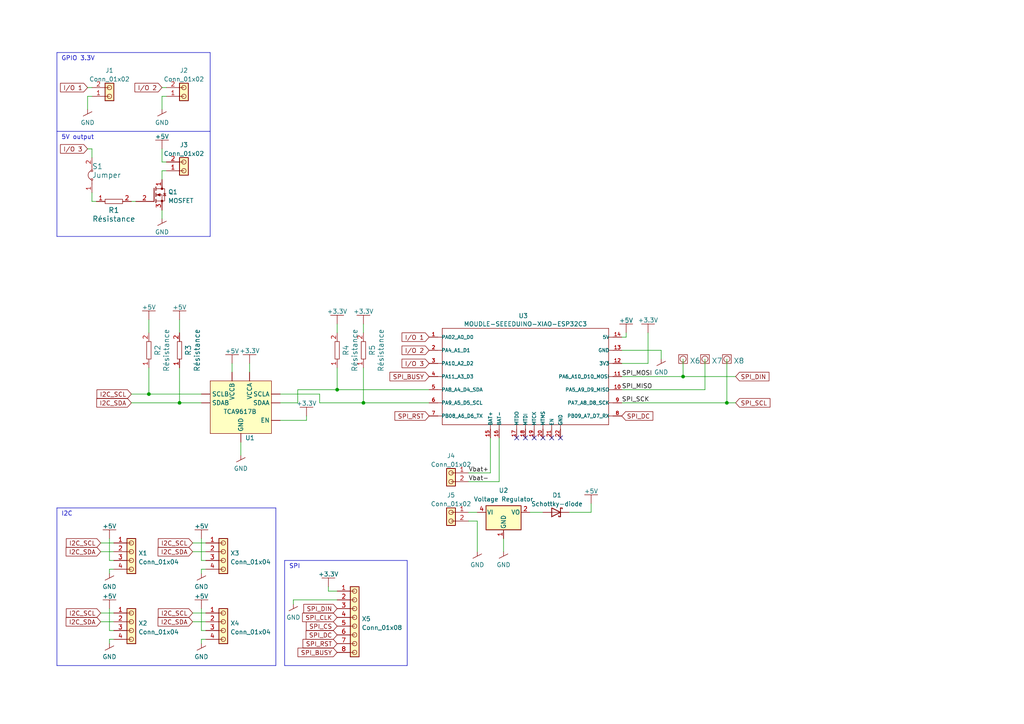
<source format=kicad_sch>
(kicad_sch (version 20230121) (generator eeschema)
  (paper "A4")
  (title_block (title "XiaoESP32-breakout-board") (date "2023-01-23") (rev "V0.1") (company "Martin Marguerat"))
  (lib_symbols
    (symbol "XiaoESP32-breakout-board:+3.3V" (power) (pin_names (offset 0))
      (property "Value" "+3.3V" (at 0 3.556 0))
      (symbol "+3.3V_0_1"
        (polyline (pts (xy 0 0) (xy 0 2.54)))
        (polyline (pts (xy 1.905 2.54) (xy -1.905 2.54)) (stroke (width 0.1524)))
      )
      (symbol "+3.3V_1_1"
        (pin power_in line (at 0 0 90) (length 0) hide (name "+3.3V") (number "1"))
      )
    )
    (symbol "XiaoESP32-breakout-board:+5V" (power) (pin_names (offset 0))
      (property "Value" "+5V" (at 0 3.556 0))
      (symbol "+5V_0_1"
        (polyline (pts (xy -1.905 2.54) (xy 0 2.54)))
        (polyline (pts (xy 0 0) (xy 0 2.54)))
        (polyline (pts (xy 0 2.54) (xy 1.905 2.54)))
      )
      (symbol "+5V_1_1"
        (pin power_in line (at 0 0 90) (length 0) hide (name "+5V") (number "1"))
      )
    )
    (symbol "XiaoESP32-breakout-board:Conn_01x02" (pin_names (offset 1.016) hide)
      (property "Reference" "J" (at 0 2.54 0))
      (property "Value" "Conn_01x02" (at 0 -5.08 0))
      (symbol "Conn_01x02_0_1"
        (circle (center 0 -2.54) (radius 0.635) (stroke (width 0.1524)))
        (polyline (pts (xy -1.27 -2.54) (xy 0 -2.54)) (stroke (width 0.1524)))
        (polyline (pts (xy -1.27 0) (xy 0 0)) (stroke (width 0.1524)))
        (circle (center 0 0) (radius 0.635) (stroke (width 0.1524)))
      )
      (symbol "Conn_01x02_1_1"
        (rectangle (start -1.27 1.27) (end 1.27 -3.81) (stroke (width 0.254)) (fill (type background)))
        (pin passive line (at -5.08 0 0) (length 3.81) (name "Pin_1") (number "1"))
        (pin passive line (at -5.08 -2.54 0) (length 3.81) (name "Pin_2") (number "2"))
      )
    )
    (symbol "XiaoESP32-breakout-board:Conn_01x04" (pin_names (offset 1.016) hide)
      (property "Reference" "X" (at 0 5.08 0))
      (property "Value" "Conn_01x04" (at 0 -7.62 0))
      (symbol "Conn_01x04_0_1"
        (circle (center 0 -5.08) (radius 0.635))
        (circle (center 0 -2.54) (radius 0.635))
        (polyline (pts (xy 0 -5.08) (xy -1.27 -5.08)))
        (polyline (pts (xy 0 -2.54) (xy -1.27 -2.54)))
        (polyline (pts (xy 0 0) (xy -1.27 0)))
        (polyline (pts (xy 0 2.54) (xy -1.27 2.54)))
        (circle (center 0 0) (radius 0.635))
        (circle (center 0 2.54) (radius 0.635))
      )
      (symbol "Conn_01x04_1_1"
        (rectangle (start -1.27 3.81) (end 1.27 -6.35) (stroke (width 0.254)) (fill (type background)))
        (pin passive line (at -5.08 2.54 0) (length 3.81) (name "Pin_1") (number "1"))
        (pin passive line (at -5.08 0 0) (length 3.81) (name "Pin_2") (number "2"))
        (pin passive line (at -5.08 -2.54 0) (length 3.81) (name "Pin_3") (number "3"))
        (pin passive line (at -5.08 -5.08 0) (length 3.81) (name "Pin_4") (number "4"))
      )
    )
    (symbol "XiaoESP32-breakout-board:Conn_01x08" (pin_names (offset 1.016) hide)
      (property "Reference" "X" (at 0 10.16 0))
      (property "Value" "Conn_01x08" (at 0 -3.175 0))
      (symbol "Conn_01x08_0_1"
        (circle (center 0 -10.16) (radius 0.635))
        (circle (center 0 -7.62) (radius 0.635))
        (circle (center 0 -5.08) (radius 0.635))
        (circle (center 0 -2.54) (radius 0.635))
        (polyline (pts (xy 0 -10.16) (xy -1.27 -10.16)))
        (polyline (pts (xy 0 -7.62) (xy -1.27 -7.62)))
        (polyline (pts (xy 0 -5.08) (xy -1.27 -5.08)))
        (polyline (pts (xy 0 -2.54) (xy -1.27 -2.54)))
        (polyline (pts (xy 0 0) (xy -1.27 0)))
        (polyline (pts (xy 0 2.54) (xy -1.27 2.54)))
        (polyline (pts (xy 0 5.08) (xy -1.27 5.08)))
        (polyline (pts (xy 0 7.62) (xy -1.27 7.62)))
        (circle (center 0 0) (radius 0.635))
        (circle (center 0 2.54) (radius 0.635))
        (circle (center 0 5.08) (radius 0.635))
        (circle (center 0 7.62) (radius 0.635))
      )
      (symbol "Conn_01x08_1_1"
        (rectangle (start -1.27 8.89) (end 1.27 -11.43) (stroke (width 0.254)) (fill (type background)))
        (pin passive line (at -5.08 7.62 0) (length 3.81) (name "Pin_1") (number "1"))
        (pin passive line (at -5.08 5.08 0) (length 3.81) (name "Pin_2") (number "2"))
        (pin passive line (at -5.08 2.54 0) (length 3.81) (name "Pin_3") (number "3"))
        (pin passive line (at -5.08 0 0) (length 3.81) (name "Pin_4") (number "4"))
        (pin passive line (at -5.08 -2.54 0) (length 3.81) (name "Pin_5") (number "5"))
        (pin passive line (at -5.08 -5.08 0) (length 3.81) (name "Pin_6") (number "6"))
        (pin passive line (at -5.08 -7.62 0) (length 3.81) (name "Pin_7") (number "7"))
        (pin passive line (at -5.08 -10.16 0) (length 3.81) (name "Pin_8") (number "8"))
      )
    )
    (symbol "XiaoESP32-breakout-board:GND" (power) (pin_names (offset 0))
      (property "Value" "GND" (at 0 -3.81 0))
      (symbol "GND_0_1"
        (polyline (pts (xy 0 0) (xy 0 -1.27) (xy 1.27 -0.635) (xy 0 -1.27) (xy -1.27 -1.905) (xy 0 -1.27)))
      )
      (symbol "GND_1_1"
        (pin power_in line (at 0 0 270) (length 0) hide (name "GND") (number "1"))
      )
    )
    (symbol "XiaoESP32-breakout-board:Jumper" (pin_names (offset 1.016))
      (property "Reference" "S" (at 0 2.286 0))
      (property "Value" "Jumper" (at -0.254 -1.27 0))
      (symbol "Jumper_0_1"
        (circle (center -1.27 0) (radius 0.254))
        (polyline (pts (xy -1.524 0) (xy -2.54 0)))
        (polyline (pts (xy 1.524 0) (xy 2.54 0)))
        (circle (center 1.27 0) (radius 0.254))
        (arc (start 1.27 0.254) (mid 0 1.1138) (end -1.27 0.254))
      )
      (symbol "Jumper_1_1"
        (pin passive line (at -5.08 0 0) (length 2.54) (name "~") (number "1"))
        (pin passive line (at 5.08 0 180) (length 2.54) (name "~") (number "2"))
      )
    )
    (symbol "XiaoESP32-breakout-board:MOSFET" (pin_names (offset 0) hide)
      (property "Reference" "Q" (at 5.08 0.635 0))
      (property "Value" "MOSFET" (at 5.08 -1.905 0))
      (symbol "MOSFET_0_1"
        (polyline (pts (xy 0.0508 -2.54) (xy 0.254 -2.54)))
        (polyline (pts (xy 0.762 -2.413) (xy 2.54 -2.413)))
        (polyline (pts (xy 0.762 -1.905) (xy 0.762 -2.921)) (stroke (width 0.254)))
        (polyline (pts (xy 0.762 -0.635) (xy 2.54 -0.635)))
        (polyline (pts (xy 0.762 -0.127) (xy 0.762 -1.143)) (stroke (width 0.254)))
        (polyline (pts (xy 0.762 1.143) (xy 2.54 1.143)))
        (polyline (pts (xy 0.762 1.651) (xy 0.762 0.635)) (stroke (width 0.254)))
        (polyline (pts (xy 2.54 -2.413) (xy 2.54 -3.175)))
        (polyline (pts (xy 2.54 -2.413) (xy 2.54 -0.635)))
        (polyline (pts (xy 2.54 1.905) (xy 2.54 1.143)))
        (polyline (pts (xy 2.921 -0.254) (xy 3.683 -0.254)))
        (polyline (pts (xy 0.254 1.27) (xy 0.254 -2.54) (xy 0.254 -2.54)) (stroke (width 0.254)))
        (polyline (pts (xy 1.016 -0.635) (xy 2.032 -0.254) (xy 2.032 -1.016) (xy 1.016 -0.635)) (fill (type outline)))
        (polyline (pts (xy 2.54 -2.413) (xy 3.302 -2.413) (xy 3.302 1.143) (xy 2.54 1.143)))
        (polyline (pts (xy 3.302 -0.254) (xy 2.921 -0.889) (xy 3.683 -0.889) (xy 3.302 -0.254)))
        (circle (center 2.54 -2.413) (radius 0.2794) (fill (type outline)))
        (circle (center 2.54 1.143) (radius 0.2794) (fill (type outline)))
      )
      (symbol "MOSFET_1_1"
        (pin passive line (at 2.54 3.81 270) (length 2.54) (name "D") (number "1"))
        (pin input line (at -5.08 -2.54 0) (length 5.08) (name "G") (number "2"))
        (pin passive line (at 2.54 -5.08 90) (length 2.54) (name "S") (number "3"))
      )
    )
    (symbol "XiaoESP32-breakout-board:MOUDLE-SEEEDUINO-XIAO-ESP32C3" (pin_names (offset 1.016))
      (property "Reference" "U" (at -24.13 15.24 0))
      (property "Value" "MOUDLE-SEEEDUINO-XIAO-ESP32C3" (at -24.13 13.97 0))
      (symbol "MOUDLE-SEEEDUINO-XIAO-ESP32C3_0_0"
        (polyline (pts (xy -24.13 -13.97) (xy -24.13 0)) (stroke (width 0.1524)))
        (polyline (pts (xy -24.13 -11.43) (xy -25.4 -11.43)) (stroke (width 0.1524)))
        (polyline (pts (xy -24.13 -7.62) (xy -25.4 -7.62)) (stroke (width 0.1524)))
        (polyline (pts (xy -24.13 -3.81) (xy -25.4 -3.81)) (stroke (width 0.1524)))
        (polyline (pts (xy -24.13 0) (xy -25.4 0)) (stroke (width 0.1524)))
        (polyline (pts (xy -24.13 0) (xy -24.13 3.81)) (stroke (width 0.1524)))
        (polyline (pts (xy -24.13 3.81) (xy -25.4 3.81)) (stroke (width 0.1524)))
        (polyline (pts (xy -24.13 3.81) (xy -24.13 7.62)) (stroke (width 0.1524)))
        (polyline (pts (xy -24.13 7.62) (xy -25.4 7.62)) (stroke (width 0.1524)))
        (polyline (pts (xy -24.13 7.62) (xy -24.13 11.43)) (stroke (width 0.1524)))
        (polyline (pts (xy -24.13 11.43) (xy -25.4 11.43)) (stroke (width 0.1524)))
        (polyline (pts (xy -24.13 11.43) (xy -24.13 13.97)) (stroke (width 0.1524)))
        (polyline (pts (xy -24.13 13.97) (xy 24.13 13.97)) (stroke (width 0.1524)))
        (polyline (pts (xy -10.16 -13.97) (xy -10.16 -15.24)) (stroke (width 0.1524)))
        (polyline (pts (xy -7.62 -13.97) (xy -7.62 -15.24)) (stroke (width 0.1524)))
        (polyline (pts (xy -2.54 -13.97) (xy -2.54 -15.24)) (stroke (width 0.1524)))
        (polyline (pts (xy 0 -13.97) (xy 0 -15.24)) (stroke (width 0.1524)))
        (polyline (pts (xy 2.54 -13.97) (xy 2.54 -15.24)) (stroke (width 0.1524)))
        (polyline (pts (xy 5.08 -13.97) (xy 5.08 -15.24)) (stroke (width 0.1524)))
        (polyline (pts (xy 7.62 -13.97) (xy 7.62 -15.24)) (stroke (width 0.1524)))
        (polyline (pts (xy 10.16 -13.97) (xy 10.16 -15.24)) (stroke (width 0.1524)))
        (polyline (pts (xy 24.13 -13.97) (xy -24.13 -13.97)) (stroke (width 0.1524)))
        (polyline (pts (xy 24.13 3.81) (xy 24.13 -13.97)) (stroke (width 0.1524)))
        (polyline (pts (xy 24.13 7.62) (xy 24.13 3.81)) (stroke (width 0.1524)))
        (polyline (pts (xy 24.13 11.43) (xy 24.13 7.62)) (stroke (width 0.1524)))
        (polyline (pts (xy 24.13 13.97) (xy 24.13 11.43)) (stroke (width 0.1524)))
        (polyline (pts (xy 25.4 -11.43) (xy 24.13 -11.43)) (stroke (width 0.1524)))
        (polyline (pts (xy 25.4 -7.62) (xy 24.13 -7.62)) (stroke (width 0.1524)))
        (polyline (pts (xy 25.4 -3.81) (xy 24.13 -3.81)) (stroke (width 0.1524)))
        (polyline (pts (xy 25.4 0) (xy 24.13 0)) (stroke (width 0.1524)))
        (polyline (pts (xy 25.4 3.81) (xy 24.13 3.81)) (stroke (width 0.1524)))
        (polyline (pts (xy 25.4 7.62) (xy 24.13 7.62)) (stroke (width 0.1524)))
        (polyline (pts (xy 25.4 11.43) (xy 24.13 11.43)) (stroke (width 0.1524)))
        (pin bidirectional line (at -27.94 11.43 0) (length 2.54) (name "PA02_A0_D0") (number "1"))
        (pin bidirectional line (at 27.94 -3.81 180) (length 2.54) (name "PA5_A9_D9_MISO") (number "10"))
        (pin bidirectional line (at 27.94 0 180) (length 2.54) (name "PA6_A10_D10_MOSI") (number "11"))
        (pin bidirectional line (at 27.94 3.81 180) (length 2.54) (name "3V3") (number "12"))
        (pin bidirectional line (at 27.94 7.62 180) (length 2.54) (name "GND") (number "13"))
        (pin bidirectional line (at 27.94 11.43 180) (length 2.54) (name "5V") (number "14"))
        (pin bidirectional line (at -10.16 -17.78 90) (length 2.54) (name "BAT+") (number "15"))
        (pin bidirectional line (at -7.62 -17.78 90) (length 2.54) (name "BAT-") (number "16"))
        (pin bidirectional line (at -2.54 -17.78 90) (length 2.54) (name "MTDO") (number "17"))
        (pin bidirectional line (at 0 -17.78 90) (length 2.54) (name "MTDI") (number "18"))
        (pin bidirectional line (at 2.54 -17.78 90) (length 2.54) (name "MTCK") (number "19"))
        (pin bidirectional line (at -27.94 7.62 0) (length 2.54) (name "PA4_A1_D1") (number "2"))
        (pin bidirectional line (at 5.08 -17.78 90) (length 2.54) (name "MTMS") (number "20"))
        (pin bidirectional line (at 7.62 -17.78 90) (length 2.54) (name "EN") (number "21"))
        (pin bidirectional line (at 10.16 -17.78 90) (length 2.54) (name "GND") (number "22"))
        (pin bidirectional line (at -27.94 3.81 0) (length 2.54) (name "PA10_A2_D2") (number "3"))
        (pin bidirectional line (at -27.94 0 0) (length 2.54) (name "PA11_A3_D3") (number "4"))
        (pin bidirectional line (at -27.94 -3.81 0) (length 2.54) (name "PA8_A4_D4_SDA") (number "5"))
        (pin bidirectional line (at -27.94 -7.62 0) (length 2.54) (name "PA9_A5_D5_SCL") (number "6"))
        (pin bidirectional line (at -27.94 -11.43 0) (length 2.54) (name "PB08_A6_D6_TX") (number "7"))
        (pin bidirectional line (at 27.94 -11.43 180) (length 2.54) (name "PB09_A7_D7_RX") (number "8"))
        (pin bidirectional line (at 27.94 -7.62 180) (length 2.54) (name "PA7_A8_D8_SCK") (number "9"))
      )
    )
    (symbol "XiaoESP32-breakout-board:Résistance" (pin_names (offset 1.016))
      (property "Reference" "R" (at 0 1.905 0))
      (property "Value" "Résistance" (at 0 -1.905 0))
      (symbol "Résistance_0_1"
        (rectangle (start -2.54 0.635) (end 2.54 -0.635))
      )
      (symbol "Résistance_1_1"
        (pin passive line (at -5.08 0 0) (length 2.54) (name "~") (number "1"))
        (pin passive line (at 5.08 0 180) (length 2.54) (name "~") (number "2"))
      )
    )
    (symbol "XiaoESP32-breakout-board:Schottky-diode" (pin_numbers hide) (pin_names hide)
      (property "Reference" "D" (at 0 2.54 0))
      (property "Value" "Schottky-diode" (at 0 -2.54 0))
      (symbol "Schottky-diode_0_1"
        (polyline (pts (xy -1.27 1.27) (xy -1.27 -1.27)) (stroke (width 0.254)))
        (polyline (pts (xy 1.27 0) (xy -1.27 0)))
        (polyline (pts (xy -1.27 -1.27) (xy -1.778 -1.27) (xy -1.778 -1.016)) (stroke (width 0.254)))
        (polyline (pts (xy -1.27 1.27) (xy -0.762 1.27) (xy -0.762 1.016)) (stroke (width 0.254)))
        (polyline (pts (xy 1.27 1.27) (xy 1.27 -1.27) (xy -1.27 0) (xy 1.27 1.27)) (stroke (width 0.254)))
      )
      (symbol "Schottky-diode_1_1"
        (pin passive line (at -3.81 0 0) (length 2.54) (name "K") (number "1"))
        (pin passive line (at 3.81 0 180) (length 2.54) (name "A") (number "2"))
      )
    )
    (symbol "XiaoESP32-breakout-board:TCA9617B"
      (property "Reference" "U" (at 7.62 8.89 0))
      (property "Value" "TCA9617B" (at 0 -1.27 0))
      (symbol "TCA9617B_1_1"
        (rectangle (start -8.89 7.62) (end 8.89 -7.62) (fill (type background)))
        (pin input line (at -11.43 -3.81 0) (length 2.54) (name "EN") (number ""))
        (pin power_in line (at 0 -10.16 90) (length 2.54) (name "GND") (number ""))
        (pin input line (at -11.43 3.81 0) (length 2.54) (name "SCLA") (number ""))
        (pin output line (at 11.43 3.81 180) (length 2.54) (name "SCLB") (number ""))
        (pin bidirectional line (at -11.43 1.27 0) (length 2.54) (name "SDAA") (number ""))
        (pin bidirectional line (at 11.43 1.27 180) (length 2.54) (name "SDAB") (number ""))
        (pin power_in line (at -2.54 10.16 270) (length 2.54) (name "VCCA") (number ""))
        (pin power_in line (at 2.54 10.16 270) (length 2.54) (name "VCCB") (number ""))
      )
    )
    (symbol "XiaoESP32-breakout-board:TestPoint" (pin_names (offset 1.016))
      (property "Reference" "X" (at 0 2.54 0))
      (symbol "TestPoint_0_1"
        (rectangle (start -1.27 1.27) (end 1.27 -1.27))
        (circle (center 0 0) (radius 0.889))
      )
      (symbol "TestPoint_1_1"
        (pin input line (at 0 0 0) (length 0) hide (name "~") (number "1"))
      )
    )
    (symbol "XiaoESP32-breakout-board:Voltage-Regulator" (pin_names (offset 0.254))
      (property "Reference" "U1" (at 0 6.35 0))
      (property "Value" "Voltage Regulator" (at 0 3.81 0))
      (symbol "Voltage-Regulator_0_1"
        (rectangle (start -5.08 -5.08) (end 5.08 1.905) (stroke (width 0.254)) (fill (type background)))
      )
      (symbol "Voltage-Regulator_1_1"
        (pin input line (at 0 -7.62 90) (length 2.54) (name "GND") (number "1"))
        (pin power_out line (at 7.62 0 180) (length 2.54) (name "VO") (number "2"))
        (pin passive line (at 7.62 0 180) (length 2.54) hide (name "VO") (number "3"))
        (pin power_in line (at -7.62 0 0) (length 2.54) (name "VI") (number "4"))
        (pin no_connect line (at -2.54 -2.54 180) (length 2.54) hide (name "NC") (number "5"))
        (pin passive line (at 7.62 0 180) (length 2.54) hide (name "VO") (number "6"))
        (pin passive line (at 7.62 0 180) (length 2.54) hide (name "VO") (number "7"))
        (pin no_connect line (at 2.54 -2.54 0) (length 2.54) hide (name "NC") (number "8"))
      )
    )
  )
  (junction (at 198.12 109.22))
  (junction (at 210.82 116.84))
  (junction (at 105.41 116.84))
  (junction (at 43.18 114.3))
  (junction (at 52.07 116.84))
  (junction (at 97.79 113.03))
  (no_connect (at 149.86 127))
  (no_connect (at 157.48 127))
  (no_connect (at 160.02 127))
  (no_connect (at 154.94 127))
  (no_connect (at 152.4 127))
  (no_connect (at 162.56 127))
  (wire (pts (xy 48.26 49.53) (xy 46.99 49.53)))
  (wire (pts (xy 43.18 106.68) (xy 43.18 114.3)))
  (wire (pts (xy 31.75 166.37) (xy 31.75 165.1)))
  (polyline (pts (xy 16.51 147.32) (xy 16.51 193.04)))
  (wire (pts (xy 97.79 113.03) (xy 86.36 113.03)))
  (polyline (pts (xy 16.51 15.24) (xy 16.51 68.58)))
  (wire (pts (xy 85.09 175.26) (xy 85.09 173.99)))
  (wire (pts (xy 48.26 46.99) (xy 46.99 46.99)))
  (wire (pts (xy 88.9 121.92) (xy 81.28 121.92)))
  (wire (pts (xy 210.82 116.84) (xy 180.34 116.84)))
  (wire (pts (xy 180.34 113.03) (xy 204.47 113.03)))
  (wire (pts (xy 69.85 128.27) (xy 69.85 132.08)))
  (polyline (pts (xy 118.11 162.56) (xy 118.11 193.04)))
  (wire (pts (xy 85.09 173.99) (xy 97.79 173.99)))
  (wire (pts (xy 198.12 109.22) (xy 213.36 109.22)))
  (wire (pts (xy 210.82 104.14) (xy 210.82 116.84)))
  (wire (pts (xy 191.77 104.14) (xy 191.77 101.6)))
  (wire (pts (xy 97.79 93.98) (xy 97.79 96.52)))
  (wire (pts (xy 38.1 58.42) (xy 39.37 58.42)))
  (wire (pts (xy 58.42 166.37) (xy 58.42 165.1)))
  (wire (pts (xy 88.9 120.65) (xy 88.9 121.92)))
  (wire (pts (xy 142.24 127) (xy 142.24 137.16)))
  (polyline (pts (xy 60.96 68.58) (xy 60.96 15.24)))
  (wire (pts (xy 67.31 105.41) (xy 67.31 107.95)))
  (wire (pts (xy 46.99 25.4) (xy 48.26 25.4)))
  (wire (pts (xy 33.02 182.88) (xy 31.75 182.88)))
  (wire (pts (xy 144.78 127) (xy 144.78 139.7)))
  (wire (pts (xy 97.79 106.68) (xy 97.79 113.03)))
  (wire (pts (xy 97.79 171.45) (xy 95.25 171.45)))
  (wire (pts (xy 25.4 27.94) (xy 25.4 31.75)))
  (polyline (pts (xy 16.51 15.24) (xy 60.96 15.24)))
  (wire (pts (xy 29.21 177.8) (xy 33.02 177.8)))
  (wire (pts (xy 55.88 177.8) (xy 59.69 177.8)))
  (wire (pts (xy 31.75 186.69) (xy 31.75 185.42)))
  (wire (pts (xy 55.88 160.02) (xy 59.69 160.02)))
  (wire (pts (xy 124.46 113.03) (xy 97.79 113.03)))
  (wire (pts (xy 204.47 104.14) (xy 204.47 113.03)))
  (wire (pts (xy 187.96 96.52) (xy 187.96 105.41)))
  (polyline (pts (xy 16.51 68.58) (xy 60.96 68.58)))
  (wire (pts (xy 138.43 151.13) (xy 138.43 160.02)))
  (wire (pts (xy 181.61 97.79) (xy 180.34 97.79)))
  (wire (pts (xy 146.05 156.21) (xy 146.05 160.02)))
  (wire (pts (xy 105.41 106.68) (xy 105.41 116.84)))
  (wire (pts (xy 26.67 55.88) (xy 26.67 58.42)))
  (wire (pts (xy 58.42 162.56) (xy 58.42 156.21)))
  (wire (pts (xy 135.89 151.13) (xy 138.43 151.13)))
  (wire (pts (xy 25.4 43.18) (xy 26.67 43.18)))
  (wire (pts (xy 72.39 105.41) (xy 72.39 107.95)))
  (polyline (pts (xy 80.01 193.04) (xy 80.01 147.32)))
  (wire (pts (xy 181.61 96.52) (xy 181.61 97.79)))
  (wire (pts (xy 58.42 186.69) (xy 58.42 185.42)))
  (wire (pts (xy 135.89 137.16) (xy 142.24 137.16)))
  (wire (pts (xy 43.18 92.71) (xy 43.18 96.52)))
  (wire (pts (xy 124.46 116.84) (xy 105.41 116.84)))
  (wire (pts (xy 33.02 162.56) (xy 31.75 162.56)))
  (wire (pts (xy 187.96 105.41) (xy 180.34 105.41)))
  (polyline (pts (xy 82.55 193.04) (xy 82.55 162.56)))
  (wire (pts (xy 46.99 49.53) (xy 46.99 52.07)))
  (wire (pts (xy 59.69 162.56) (xy 58.42 162.56)))
  (wire (pts (xy 38.1 116.84) (xy 52.07 116.84)))
  (wire (pts (xy 38.1 114.3) (xy 43.18 114.3)))
  (wire (pts (xy 95.25 170.18) (xy 95.25 171.45)))
  (wire (pts (xy 165.1 148.59) (xy 171.45 148.59)))
  (wire (pts (xy 43.18 114.3) (xy 58.42 114.3)))
  (wire (pts (xy 46.99 60.96) (xy 46.99 63.5)))
  (wire (pts (xy 31.75 162.56) (xy 31.75 156.21)))
  (wire (pts (xy 59.69 182.88) (xy 58.42 182.88)))
  (wire (pts (xy 46.99 27.94) (xy 48.26 27.94)))
  (wire (pts (xy 31.75 182.88) (xy 31.75 176.53)))
  (wire (pts (xy 58.42 182.88) (xy 58.42 176.53)))
  (wire (pts (xy 92.71 116.84) (xy 92.71 114.3)))
  (wire (pts (xy 25.4 27.94) (xy 26.67 27.94)))
  (wire (pts (xy 31.75 185.42) (xy 33.02 185.42)))
  (wire (pts (xy 135.89 148.59) (xy 138.43 148.59)))
  (wire (pts (xy 29.21 157.48) (xy 33.02 157.48)))
  (wire (pts (xy 58.42 185.42) (xy 59.69 185.42)))
  (wire (pts (xy 180.34 109.22) (xy 198.12 109.22)))
  (wire (pts (xy 198.12 104.14) (xy 198.12 109.22)))
  (wire (pts (xy 153.67 148.59) (xy 157.48 148.59)))
  (wire (pts (xy 29.21 180.34) (xy 33.02 180.34)))
  (wire (pts (xy 58.42 165.1) (xy 59.69 165.1)))
  (wire (pts (xy 55.88 180.34) (xy 59.69 180.34)))
  (wire (pts (xy 31.75 165.1) (xy 33.02 165.1)))
  (wire (pts (xy 81.28 114.3) (xy 92.71 114.3)))
  (wire (pts (xy 171.45 146.05) (xy 171.45 148.59)))
  (wire (pts (xy 26.67 58.42) (xy 27.94 58.42)))
  (wire (pts (xy 52.07 116.84) (xy 58.42 116.84)))
  (polyline (pts (xy 82.55 193.04) (xy 118.11 193.04)))
  (wire (pts (xy 29.21 160.02) (xy 33.02 160.02)))
  (wire (pts (xy 55.88 157.48) (xy 59.69 157.48)))
  (polyline (pts (xy 16.51 38.1) (xy 60.96 38.1)))
  (polyline (pts (xy 16.51 193.04) (xy 80.01 193.04)))
  (polyline (pts (xy 16.51 147.32) (xy 80.01 147.32)))
  (wire (pts (xy 135.89 139.7) (xy 144.78 139.7)))
  (wire (pts (xy 26.67 43.18) (xy 26.67 45.72)))
  (wire (pts (xy 46.99 43.18) (xy 46.99 46.99)))
  (wire (pts (xy 210.82 116.84) (xy 213.36 116.84)))
  (wire (pts (xy 105.41 116.84) (xy 92.71 116.84)))
  (wire (pts (xy 81.28 116.84) (xy 86.36 116.84)))
  (wire (pts (xy 52.07 106.68) (xy 52.07 116.84)))
  (wire (pts (xy 46.99 27.94) (xy 46.99 31.75)))
  (wire (pts (xy 25.4 25.4) (xy 26.67 25.4)))
  (wire (pts (xy 86.36 113.03) (xy 86.36 116.84)))
  (polyline (pts (xy 82.55 162.56) (xy 118.11 162.56)))
  (wire (pts (xy 191.77 101.6) (xy 180.34 101.6)))
  (wire (pts (xy 52.07 92.71) (xy 52.07 96.52)))
  (wire (pts (xy 105.41 93.98) (xy 105.41 96.52)))
  (text "5V output" (at 17.78 40.64 0) (effects (font (size 1.27 1.27)) (justify left bottom)))
  (text "SPI" (at 83.82 165.1 0) (effects (font (size 1.27 1.27)) (justify left bottom)))
  (text "GPIO 3.3V" (at 17.78 17.78 0) (effects (font (size 1.27 1.27)) (justify left bottom)))
  (text "I2C" (at 17.78 149.86 0) (effects (font (size 1.27 1.27)) (justify left bottom)))
  (label "SPI_MOSI" (at 180.34 109.22 0))
  (label "SPI_SCK" (at 180.34 116.84 0))
  (label "SPI_MISO" (at 180.34 113.03 0))
  (label "Vbat+" (at 135.89 137.16 0))
  (label "Vbat-" (at 135.89 139.7 0))
  (global_label "I2C_SDA" (shape input) (at 55.88 160.02 180) (property "Intersheetrefs" "${INTERSHEET_REFS}" (effects hide)))
  (global_label "SPI_CLK" (shape input) (at 97.79 179.07 180) (property "Intersheetrefs" "${INTERSHEET_REFS}" (effects hide)))
  (global_label "I{slash}O 2" (shape input) (at 46.99 25.4 180) (property "Intersheetrefs" "${INTERSHEET_REFS}" (effects hide)))
  (global_label "I{slash}O 1" (shape input) (at 124.46 97.79 180) (property "Intersheetrefs" "${INTERSHEET_REFS}" (effects hide)))
  (global_label "I2C_SCL" (shape input) (at 29.21 177.8 180) (property "Intersheetrefs" "${INTERSHEET_REFS}" (effects hide)))
  (global_label "I2C_SDA" (shape input) (at 55.88 180.34 180) (property "Intersheetrefs" "${INTERSHEET_REFS}" (effects hide)))
  (global_label "I{slash}O 3" (shape input) (at 124.46 105.41 180) (property "Intersheetrefs" "${INTERSHEET_REFS}" (effects hide)))
  (global_label "I2C_SCL" (shape input) (at 55.88 157.48 180) (property "Intersheetrefs" "${INTERSHEET_REFS}" (effects hide)))
  (global_label "I{slash}O 3" (shape input) (at 25.4 43.18 180) (property "Intersheetrefs" "${INTERSHEET_REFS}" (effects hide)))
  (global_label "SPI_RST" (shape input) (at 97.79 186.69 180) (property "Intersheetrefs" "${INTERSHEET_REFS}" (effects hide)))
  (global_label "SPI_DIN" (shape input) (at 97.79 176.53 180) (property "Intersheetrefs" "${INTERSHEET_REFS}" (effects hide)))
  (global_label "SPI_BUSY" (shape input) (at 124.46 109.22 180) (property "Intersheetrefs" "${INTERSHEET_REFS}" (effects hide)))
  (global_label "SPI_BUSY" (shape input) (at 97.79 189.23 180) (property "Intersheetrefs" "${INTERSHEET_REFS}" (effects hide)))
  (global_label "I2C_SDA" (shape input) (at 29.21 180.34 180) (property "Intersheetrefs" "${INTERSHEET_REFS}" (effects hide)))
  (global_label "I2C_SCL" (shape input) (at 29.21 157.48 180) (property "Intersheetrefs" "${INTERSHEET_REFS}" (effects hide)))
  (global_label "I2C_SCL" (shape input) (at 55.88 177.8 180) (property "Intersheetrefs" "${INTERSHEET_REFS}" (effects hide)))
  (global_label "SPI_RST" (shape input) (at 124.46 120.65 180) (property "Intersheetrefs" "${INTERSHEET_REFS}" (effects hide)))
  (global_label "I{slash}O 1" (shape input) (at 25.4 25.4 180) (property "Intersheetrefs" "${INTERSHEET_REFS}" (effects hide)))
  (global_label "I2C_SDA" (shape input) (at 38.1 116.84 180) (property "Intersheetrefs" "${INTERSHEET_REFS}" (effects hide)))
  (global_label "I{slash}O 2" (shape input) (at 124.46 101.6 180) (property "Intersheetrefs" "${INTERSHEET_REFS}" (effects hide)))
  (global_label "I2C_SDA" (shape input) (at 29.21 160.02 180) (property "Intersheetrefs" "${INTERSHEET_REFS}" (effects hide)))
  (global_label "I2C_SCL" (shape input) (at 38.1 114.3 180) (property "Intersheetrefs" "${INTERSHEET_REFS}" (effects hide)))
  (global_label "SPI_CS" (shape input) (at 97.79 181.61 180) (property "Intersheetrefs" "${INTERSHEET_REFS}" (effects hide)))
  (global_label "SPI_DC" (shape input) (at 97.79 184.15 180) (property "Intersheetrefs" "${INTERSHEET_REFS}" (effects hide)))
  (global_label "SPI_DC" (shape input) (at 180.34 120.65 0) (property "Intersheetrefs" "${INTERSHEET_REFS}" (effects hide)))
  (global_label "SPI_DIN" (shape input) (at 213.36 109.22 0) (property "Intersheetrefs" "${INTERSHEET_REFS}" (effects hide)))
  (global_label "SPI_SCL" (shape input) (at 213.36 116.84 0) (property "Intersheetrefs" "${INTERSHEET_REFS}" (effects hide)))
  (symbol (lib_id "XiaoESP32-breakout-board:Résistance") (at 33.02 58.42 0) (unit 1)
    (property "Reference" "R1" (at 33.02 60.96 0) (effects (font (size 1.524 1.524))))
    (property "Value" "Résistance" (at 33.02 63.5 0) (effects (font (size 1.524 1.524))))
  )
  (symbol (lib_id "XiaoESP32-breakout-board:GND") (at 31.75 166.37 0) (unit 1)
    (property "Reference" "#PWR03" (effects hide))
    (property "Value" "GND" (at 31.75 170.1784 0))
  )
  (symbol (lib_id "XiaoESP32-breakout-board:Conn_01x02") (at 130.81 148.59 0) (mirror y) (unit 1)
    (property "Reference" "J5" (at 130.81 143.6202 0))
    (property "Value" "Conn_01x02" (at 130.81 146.1571 0))
  )
  (symbol (lib_id "XiaoESP32-breakout-board:TestPoint") (at 210.82 104.14 0) (unit 1)
    (property "Reference" "X8" (at 212.725 104.6605 0) (effects (font (size 1.524 1.524)) (justify left)))
    (property "Value" "TestPoint" (effects hide))
  )
  (symbol (lib_id "XiaoESP32-breakout-board:Conn_01x04") (at 64.77 160.02 0) (unit 1)
    (property "Reference" "X3" (at 66.802 160.4553 0) (effects (justify left)))
    (property "Value" "Conn_01x04" (at 66.802 162.9922 0) (effects (justify left)))
  )
  (symbol (lib_id "XiaoESP32-breakout-board:GND") (at 46.99 63.5 0) (unit 1)
    (property "Reference" "#PWR09" (effects hide))
    (property "Value" "GND" (at 46.99 67.3084 0))
  )
  (symbol (lib_id "XiaoESP32-breakout-board:GND") (at 46.99 31.75 0) (unit 1)
    (property "Reference" "#PWR07" (effects hide))
    (property "Value" "GND" (at 46.99 35.5584 0))
  )
  (symbol (lib_id "XiaoESP32-breakout-board:Conn_01x04") (at 64.77 180.34 0) (unit 1)
    (property "Reference" "X4" (at 66.802 180.7753 0) (effects (justify left)))
    (property "Value" "Conn_01x04" (at 66.802 183.3122 0) (effects (justify left)))
  )
  (symbol (lib_id "XiaoESP32-breakout-board:MOSFET") (at 44.45 55.88 0) (unit 1)
    (property "Reference" "Q1" (at 48.768 55.6803 0) (effects (justify left)))
    (property "Value" "MOSFET" (at 48.768 58.2172 0) (effects (justify left)))
  )
  (symbol (lib_id "XiaoESP32-breakout-board:GND") (at 191.77 104.14 0) (unit 1)
    (property "Reference" "#PWR028" (effects hide))
    (property "Value" "GND" (at 191.77 107.9484 0))
  )
  (symbol (lib_id "XiaoESP32-breakout-board:+5V") (at 31.75 156.21 0) (unit 1)
    (property "Reference" "#PWR02" (effects hide))
    (property "Value" "+5V" (at 31.75 152.6342 0))
  )
  (symbol (lib_id "XiaoESP32-breakout-board:GND") (at 146.05 160.02 0) (unit 1)
    (property "Reference" "#PWR024" (effects hide))
    (property "Value" "GND" (at 146.05 163.8284 0))
  )
  (symbol (lib_id "XiaoESP32-breakout-board:Résistance") (at 105.41 101.6 90) (unit 1)
    (property "Reference" "R5" (at 107.95 101.6 0) (effects (font (size 1.524 1.524))))
    (property "Value" "Résistance" (at 110.49 101.6 0) (effects (font (size 1.524 1.524))))
  )
  (symbol (lib_id "XiaoESP32-breakout-board:GND") (at 69.85 132.08 0) (unit 1)
    (property "Reference" "#PWR016" (effects hide))
    (property "Value" "GND" (at 69.85 135.8884 0))
  )
  (symbol (lib_id "XiaoESP32-breakout-board:+5V") (at 58.42 176.53 0) (unit 1)
    (property "Reference" "#PWR013" (effects hide))
    (property "Value" "+5V" (at 58.42 172.9542 0))
  )
  (symbol (lib_id "XiaoESP32-breakout-board:Conn_01x04") (at 38.1 180.34 0) (unit 1)
    (property "Reference" "X2" (at 40.132 180.7753 0) (effects (justify left)))
    (property "Value" "Conn_01x04" (at 40.132 183.3122 0) (effects (justify left)))
  )
  (symbol (lib_id "XiaoESP32-breakout-board:TestPoint") (at 204.47 104.14 0) (unit 1)
    (property "Reference" "X7" (at 206.375 104.6605 0) (effects (font (size 1.524 1.524)) (justify left)))
    (property "Value" "TestPoint" (effects hide))
  )
  (symbol (lib_id "XiaoESP32-breakout-board:GND") (at 85.09 175.26 0) (unit 1)
    (property "Reference" "#PWR018" (effects hide))
    (property "Value" "GND" (at 85.09 179.0684 0))
  )
  (symbol (lib_id "XiaoESP32-breakout-board:+5V") (at 31.75 176.53 0) (unit 1)
    (property "Reference" "#PWR04" (effects hide))
    (property "Value" "+5V" (at 31.75 172.9542 0))
  )
  (symbol (lib_id "XiaoESP32-breakout-board:TestPoint") (at 198.12 104.14 0) (unit 1)
    (property "Reference" "X6" (at 200.025 104.6605 0) (effects (font (size 1.524 1.524)) (justify left)))
    (property "Value" "TestPoint" (effects hide))
  )
  (symbol (lib_id "XiaoESP32-breakout-board:Conn_01x02") (at 53.34 49.53 0) (mirror x) (unit 1)
    (property "Reference" "J3" (at 53.34 42.0202 0))
    (property "Value" "Conn_01x02" (at 53.34 44.5571 0))
  )
  (symbol (lib_id "XiaoESP32-breakout-board:GND") (at 58.42 166.37 0) (unit 1)
    (property "Reference" "#PWR012" (effects hide))
    (property "Value" "GND" (at 58.42 170.1784 0))
  )
  (symbol (lib_id "XiaoESP32-breakout-board:Résistance") (at 97.79 101.6 90) (unit 1)
    (property "Reference" "R4" (at 100.33 101.6 0) (effects (font (size 1.524 1.524))))
    (property "Value" "Résistance" (at 102.87 101.6 0) (effects (font (size 1.524 1.524))))
  )
  (symbol (lib_id "XiaoESP32-breakout-board:+5V") (at 67.31 105.41 0) (unit 1)
    (property "Reference" "#PWR015" (effects hide))
    (property "Value" "+5V" (at 67.31 101.8342 0))
  )
  (symbol (lib_id "XiaoESP32-breakout-board:GND") (at 25.4 31.75 0) (unit 1)
    (property "Reference" "#PWR01" (effects hide))
    (property "Value" "GND" (at 25.4 35.5584 0))
  )
  (symbol (lib_id "XiaoESP32-breakout-board:Résistance") (at 52.07 101.6 90) (unit 1)
    (property "Reference" "R3" (at 54.61 101.6 0) (effects (font (size 1.524 1.524))))
    (property "Value" "Résistance" (at 57.15 101.6 0) (effects (font (size 1.524 1.524))))
  )
  (symbol (lib_id "XiaoESP32-breakout-board:Résistance") (at 43.18 101.6 90) (unit 1)
    (property "Reference" "R2" (at 45.72 101.6 0) (effects (font (size 1.524 1.524))))
    (property "Value" "Résistance" (at 48.26 101.6 0) (effects (font (size 1.524 1.524))))
  )
  (symbol (lib_id "XiaoESP32-breakout-board:+3.3V") (at 187.96 96.52 0) (unit 1)
    (property "Reference" "#PWR027" (effects hide))
    (property "Value" "+3.3V" (at 187.96 92.868 0))
  )
  (symbol (lib_id "XiaoESP32-breakout-board:+3.3V") (at 88.9 120.65 0) (unit 1)
    (property "Reference" "#PWR019" (effects hide))
    (property "Value" "+3.3V" (at 88.9 116.998 0))
  )
  (symbol (lib_id "XiaoESP32-breakout-board:+5V") (at 43.18 92.71 0) (unit 1)
    (property "Reference" "#PWR06" (effects hide))
    (property "Value" "+5V" (at 43.18 89.1342 0))
  )
  (symbol (lib_id "XiaoESP32-breakout-board:+3.3V") (at 97.79 93.98 0) (unit 1)
    (property "Reference" "#PWR021" (effects hide))
    (property "Value" "+3.3V" (at 97.79 90.328 0))
  )
  (symbol (lib_id "XiaoESP32-breakout-board:Conn_01x02") (at 130.81 137.16 0) (mirror y) (unit 1)
    (property "Reference" "J4" (at 130.81 132.1902 0))
    (property "Value" "Conn_01x02" (at 130.81 134.7271 0))
  )
  (symbol (lib_id "XiaoESP32-breakout-board:Conn_01x08") (at 102.87 179.07 0) (unit 1)
    (property "Reference" "X5" (at 104.902 179.5053 0) (effects (justify left)))
    (property "Value" "Conn_01x08" (at 104.902 182.0422 0) (effects (justify left)))
  )
  (symbol (lib_id "XiaoESP32-breakout-board:Conn_01x02") (at 31.75 27.94 0) (mirror x) (unit 1)
    (property "Reference" "J1" (at 31.75 20.4302 0))
    (property "Value" "Conn_01x02" (at 31.75 22.9671 0))
  )
  (symbol (lib_id "XiaoESP32-breakout-board:+5V") (at 171.45 146.05 0) (unit 1)
    (property "Reference" "#PWR025" (effects hide))
    (property "Value" "+5V" (at 171.45 142.4742 0))
  )
  (symbol (lib_id "XiaoESP32-breakout-board:+3.3V") (at 95.25 170.18 0) (unit 1)
    (property "Reference" "#PWR020" (effects hide))
    (property "Value" "+3.3V" (at 95.25 166.528 0))
  )
  (symbol (lib_id "XiaoESP32-breakout-board:+5V") (at 46.99 43.18 0) (unit 1)
    (property "Reference" "#PWR08" (effects hide))
    (property "Value" "+5V" (at 46.99 39.6042 0))
  )
  (symbol (lib_id "XiaoESP32-breakout-board:+5V") (at 52.07 92.71 0) (unit 1)
    (property "Reference" "#PWR010" (effects hide))
    (property "Value" "+5V" (at 52.07 89.1342 0))
  )
  (symbol (lib_id "XiaoESP32-breakout-board:+3.3V") (at 72.39 105.41 0) (unit 1)
    (property "Reference" "#PWR017" (effects hide))
    (property "Value" "+3.3V" (at 72.39 101.758 0))
  )
  (symbol (lib_id "XiaoESP32-breakout-board:GND") (at 58.42 186.69 0) (unit 1)
    (property "Reference" "#PWR014" (effects hide))
    (property "Value" "GND" (at 58.42 190.4984 0))
  )
  (symbol (lib_id "XiaoESP32-breakout-board:MOUDLE-SEEEDUINO-XIAO-ESP32C3") (at 152.4 109.22 0) (unit 1)
    (property "Reference" "U3" (at 151.765 91.601 0))
    (property "Value" "MOUDLE-SEEEDUINO-XIAO-ESP32C3" (at 152.4 93.98 0))
    (property "Footprint" "MOUDLE14P-SMD-2.54-21X17.8MM" (effects hide))
  )
  (symbol (lib_id "XiaoESP32-breakout-board:+5V") (at 181.61 96.52 0) (unit 1)
    (property "Reference" "#PWR026" (effects hide))
    (property "Value" "+5V" (at 181.61 92.9442 0))
  )
  (symbol (lib_id "XiaoESP32-breakout-board:GND") (at 31.75 186.69 0) (unit 1)
    (property "Reference" "#PWR05" (effects hide))
    (property "Value" "GND" (at 31.75 190.4984 0))
  )
  (symbol (lib_id "XiaoESP32-breakout-board:Schottky-diode") (at 161.29 148.59 180) (unit 1)
    (property "Reference" "D1" (at 161.544 143.6202 0))
    (property "Value" "Schottky-diode" (at 161.544 146.1571 0))
    (property "Footprint" "Diode_THT:D_DO-41_SOD81_P10.16mm_Horizontal" (effects hide))
    (property "Datasheet" "http://www.vishay.com/docs/88503/1n4001.pdf" (effects hide))
  )
  (symbol (lib_id "XiaoESP32-breakout-board:Conn_01x02") (at 53.34 27.94 0) (mirror x) (unit 1)
    (property "Reference" "J2" (at 53.34 20.4302 0))
    (property "Value" "Conn_01x02" (at 53.34 22.9671 0))
  )
  (symbol (lib_id "XiaoESP32-breakout-board:GND") (at 138.43 160.02 0) (unit 1)
    (property "Reference" "#PWR023" (effects hide))
    (property "Value" "GND" (at 138.43 163.8284 0))
  )
  (symbol (lib_id "XiaoESP32-breakout-board:+5V") (at 58.42 156.21 0) (unit 1)
    (property "Reference" "#PWR011" (effects hide))
    (property "Value" "+5V" (at 58.42 152.6342 0))
  )
  (symbol (lib_id "XiaoESP32-breakout-board:Jumper") (at 26.67 50.8 90) (unit 1)
    (property "Reference" "S1" (at 26.67 48.26 90) (effects (font (size 1.524 1.524)) (justify right)))
    (property "Value" "Jumper" (at 26.67 50.8 90) (effects (font (size 1.524 1.524)) (justify right)))
  )
  (symbol (lib_id "XiaoESP32-breakout-board:Voltage-Regulator") (at 146.05 148.59 0) (unit 1)
    (property "Reference" "U2" (at 146.05 142.24 0))
    (property "Value" "Voltage Regulator" (at 146.05 144.78 0))
  )
  (symbol (lib_id "XiaoESP32-breakout-board:TCA9617B") (at 69.85 118.11 0) (mirror y) (unit 1)
    (property "Reference" "U1" (at 71.12 127 0) (effects (justify right)))
    (property "Value" "TCA9617B" (at 64.77 119.38 0) (effects (justify right)))
  )
  (symbol (lib_id "XiaoESP32-breakout-board:+3.3V") (at 105.41 93.98 0) (unit 1)
    (property "Reference" "#PWR022" (effects hide))
    (property "Value" "+3.3V" (at 105.41 90.328 0))
  )
  (symbol (lib_id "XiaoESP32-breakout-board:Conn_01x04") (at 38.1 160.02 0) (unit 1)
    (property "Reference" "X1" (at 40.132 160.4553 0) (effects (justify left)))
    (property "Value" "Conn_01x04" (at 40.132 162.9922 0) (effects (justify left)))
  )
)
</source>
